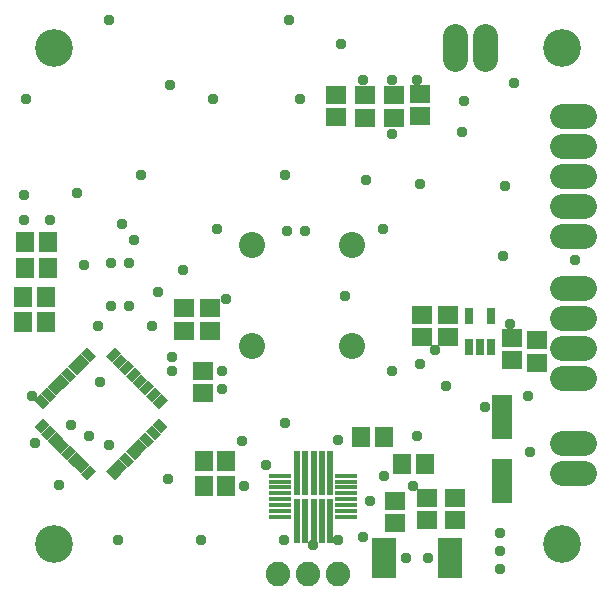
<source format=gbr>
G04 EAGLE Gerber RS-274X export*
G75*
%MOMM*%
%FSLAX34Y34*%
%LPD*%
%INSoldermask Top*%
%IPPOS*%
%AMOC8*
5,1,8,0,0,1.08239X$1,22.5*%
G01*
%ADD10R,1.981200X0.457200*%
%ADD11R,0.508000X3.759200*%
%ADD12R,0.743200X1.053200*%
%ADD13C,3.203200*%
%ADD14C,2.082800*%
%ADD15R,1.503200X1.703200*%
%ADD16R,1.703200X1.503200*%
%ADD17C,2.082800*%
%ADD18R,1.803200X1.503200*%
%ADD19R,1.503200X1.803200*%
%ADD20R,1.803200X3.703200*%
%ADD21C,2.203200*%
%ADD22R,0.753200X1.403200*%
%ADD23R,2.003200X3.403200*%
%ADD24C,0.959600*%


D10*
X231420Y97500D03*
X231420Y92500D03*
X231420Y87500D03*
X231420Y82500D03*
X231420Y77500D03*
X231420Y72500D03*
X231420Y67500D03*
X231420Y62500D03*
D11*
X246000Y59420D03*
X253000Y59420D03*
X260000Y59420D03*
X267000Y59420D03*
X274000Y59420D03*
D10*
X287564Y62500D03*
X287564Y67500D03*
X287564Y72500D03*
X287564Y77500D03*
X287564Y82500D03*
X287564Y87500D03*
X287564Y92500D03*
X287564Y97500D03*
D11*
X274000Y99564D03*
X267000Y99564D03*
X260000Y99564D03*
X253000Y99564D03*
X246000Y99564D03*
D12*
G36*
X28876Y133219D02*
X23621Y138474D01*
X31068Y145921D01*
X36323Y140666D01*
X28876Y133219D01*
G37*
G36*
X34533Y127562D02*
X29278Y132817D01*
X36725Y140264D01*
X41980Y135009D01*
X34533Y127562D01*
G37*
G36*
X40190Y121905D02*
X34935Y127160D01*
X42382Y134607D01*
X47637Y129352D01*
X40190Y121905D01*
G37*
G36*
X45847Y116249D02*
X40592Y121504D01*
X48039Y128951D01*
X53294Y123696D01*
X45847Y116249D01*
G37*
G36*
X51504Y110592D02*
X46249Y115847D01*
X53696Y123294D01*
X58951Y118039D01*
X51504Y110592D01*
G37*
G36*
X57090Y105006D02*
X51835Y110261D01*
X59282Y117708D01*
X64537Y112453D01*
X57090Y105006D01*
G37*
G36*
X62747Y99349D02*
X57492Y104604D01*
X64939Y112051D01*
X70194Y106796D01*
X62747Y99349D01*
G37*
G36*
X68403Y93692D02*
X63148Y98947D01*
X70595Y106394D01*
X75850Y101139D01*
X68403Y93692D01*
G37*
G36*
X96781Y98876D02*
X91526Y93621D01*
X84079Y101068D01*
X89334Y106323D01*
X96781Y98876D01*
G37*
G36*
X102438Y104533D02*
X97183Y99278D01*
X89736Y106725D01*
X94991Y111980D01*
X102438Y104533D01*
G37*
G36*
X108095Y110190D02*
X102840Y104935D01*
X95393Y112382D01*
X100648Y117637D01*
X108095Y110190D01*
G37*
G36*
X113751Y115847D02*
X108496Y110592D01*
X101049Y118039D01*
X106304Y123294D01*
X113751Y115847D01*
G37*
G36*
X119408Y121504D02*
X114153Y116249D01*
X106706Y123696D01*
X111961Y128951D01*
X119408Y121504D01*
G37*
G36*
X125065Y127160D02*
X119810Y121905D01*
X112363Y129352D01*
X117618Y134607D01*
X125065Y127160D01*
G37*
G36*
X130722Y132817D02*
X125467Y127562D01*
X118020Y135009D01*
X123275Y140264D01*
X130722Y132817D01*
G37*
G36*
X136379Y138474D02*
X131124Y133219D01*
X123677Y140666D01*
X128932Y145921D01*
X136379Y138474D01*
G37*
G36*
X131124Y166781D02*
X136379Y161526D01*
X128932Y154079D01*
X123677Y159334D01*
X131124Y166781D01*
G37*
G36*
X125467Y172438D02*
X130722Y167183D01*
X123275Y159736D01*
X118020Y164991D01*
X125467Y172438D01*
G37*
G36*
X119810Y178095D02*
X125065Y172840D01*
X117618Y165393D01*
X112363Y170648D01*
X119810Y178095D01*
G37*
G36*
X114153Y183751D02*
X119408Y178496D01*
X111961Y171049D01*
X106706Y176304D01*
X114153Y183751D01*
G37*
G36*
X108496Y189408D02*
X113751Y184153D01*
X106304Y176706D01*
X101049Y181961D01*
X108496Y189408D01*
G37*
G36*
X102840Y195065D02*
X108095Y189810D01*
X100648Y182363D01*
X95393Y187618D01*
X102840Y195065D01*
G37*
G36*
X97183Y200722D02*
X102438Y195467D01*
X94991Y188020D01*
X89736Y193275D01*
X97183Y200722D01*
G37*
G36*
X91526Y206379D02*
X96781Y201124D01*
X89334Y193677D01*
X84079Y198932D01*
X91526Y206379D01*
G37*
G36*
X63219Y201124D02*
X68474Y206379D01*
X75921Y198932D01*
X70666Y193677D01*
X63219Y201124D01*
G37*
G36*
X57562Y195467D02*
X62817Y200722D01*
X70264Y193275D01*
X65009Y188020D01*
X57562Y195467D01*
G37*
G36*
X51905Y189810D02*
X57160Y195065D01*
X64607Y187618D01*
X59352Y182363D01*
X51905Y189810D01*
G37*
G36*
X46249Y184153D02*
X51504Y189408D01*
X58951Y181961D01*
X53696Y176706D01*
X46249Y184153D01*
G37*
G36*
X40592Y178496D02*
X45847Y183751D01*
X53294Y176304D01*
X48039Y171049D01*
X40592Y178496D01*
G37*
G36*
X34935Y172840D02*
X40190Y178095D01*
X47637Y170648D01*
X42382Y165393D01*
X34935Y172840D01*
G37*
G36*
X29278Y167183D02*
X34533Y172438D01*
X41980Y164991D01*
X36725Y159736D01*
X29278Y167183D01*
G37*
G36*
X23621Y161526D02*
X28876Y166781D01*
X36323Y159334D01*
X31068Y154079D01*
X23621Y161526D01*
G37*
D13*
X470000Y40000D03*
X470000Y460000D03*
X40000Y40000D03*
X40000Y460000D03*
D14*
X230000Y13904D03*
X255400Y13904D03*
X280800Y13904D03*
D15*
X14404Y248664D03*
X33404Y248664D03*
D16*
X166096Y186076D03*
X166096Y167076D03*
D15*
X14404Y227808D03*
X33404Y227808D03*
X319500Y130000D03*
X300500Y130000D03*
X335196Y107200D03*
X354196Y107200D03*
D16*
X329224Y76180D03*
X329224Y57180D03*
X356408Y78684D03*
X356408Y59684D03*
X379456Y78684D03*
X379456Y59684D03*
D17*
X380000Y450602D02*
X380000Y469398D01*
X405400Y469398D02*
X405400Y450602D01*
D18*
X279144Y419876D03*
X279144Y400876D03*
D19*
X15988Y273632D03*
X34988Y273632D03*
D15*
X15988Y295344D03*
X34988Y295344D03*
D17*
X470602Y300000D02*
X489398Y300000D01*
X489398Y325400D02*
X470602Y325400D01*
X470602Y350800D02*
X489398Y350800D01*
X489398Y376200D02*
X470602Y376200D01*
X470602Y401600D02*
X489398Y401600D01*
X489398Y100000D02*
X470602Y100000D01*
X470602Y125400D02*
X489398Y125400D01*
X489398Y180000D02*
X470602Y180000D01*
X470602Y205400D02*
X489398Y205400D01*
X489398Y230800D02*
X470602Y230800D01*
X470602Y256200D02*
X489398Y256200D01*
D20*
X420000Y147000D03*
X420000Y93000D03*
D18*
X303904Y400500D03*
X303904Y419500D03*
X327808Y400500D03*
X327808Y419500D03*
X150416Y220372D03*
X150416Y239372D03*
X172232Y220372D03*
X172232Y239372D03*
D16*
X449080Y212148D03*
X449080Y193148D03*
D18*
X427808Y195260D03*
X427808Y214260D03*
D16*
X351816Y233484D03*
X351816Y214484D03*
X373632Y233484D03*
X373632Y214484D03*
D21*
X207500Y292500D03*
X292500Y292500D03*
X292500Y207500D03*
X207500Y207500D03*
D22*
X391436Y206311D03*
X400936Y206311D03*
X410436Y206311D03*
X410436Y232313D03*
X391436Y232313D03*
D18*
X350520Y401980D03*
X350520Y420980D03*
D19*
X167284Y88392D03*
X186284Y88392D03*
D15*
X186284Y109728D03*
X167284Y109728D03*
D23*
X375472Y27432D03*
X319472Y27432D03*
D24*
X417576Y33528D03*
X417576Y48768D03*
X344424Y88392D03*
X320040Y97536D03*
X347472Y131064D03*
X234696Y42672D03*
X417576Y18288D03*
X441960Y164592D03*
X362712Y204216D03*
X54864Y140208D03*
X21336Y164592D03*
X164592Y42672D03*
X94488Y42672D03*
X182880Y170688D03*
X481584Y280416D03*
X371856Y173736D03*
X283464Y463296D03*
X387096Y414528D03*
X385572Y388620D03*
X422148Y342900D03*
X236220Y352044D03*
X114300Y352044D03*
X175260Y416052D03*
X248412Y416052D03*
X138684Y428244D03*
X16764Y416052D03*
X59436Y336804D03*
X86868Y483108D03*
X239268Y483108D03*
X318516Y306324D03*
X178308Y306324D03*
X65532Y275844D03*
X77724Y224028D03*
X123444Y224028D03*
X86868Y123444D03*
X44196Y89916D03*
X199644Y126492D03*
X443484Y117348D03*
X326136Y185928D03*
X286512Y249936D03*
X420624Y283464D03*
X350520Y344424D03*
X429768Y429768D03*
X15240Y335280D03*
X108204Y297180D03*
X137160Y94488D03*
X356616Y27432D03*
X338328Y27432D03*
X307848Y76200D03*
X79248Y176784D03*
X236220Y141732D03*
X280416Y128016D03*
X219456Y106680D03*
X182880Y185928D03*
X350520Y192024D03*
X280416Y42672D03*
X259546Y39158D03*
X426720Y225552D03*
X405384Y155448D03*
X24384Y124968D03*
X15240Y313944D03*
X97536Y310896D03*
X36576Y313944D03*
X70104Y131064D03*
X88392Y240792D03*
X88392Y277368D03*
X103632Y240792D03*
X103632Y277368D03*
X140208Y185928D03*
X140208Y198120D03*
X185928Y246888D03*
X128016Y252984D03*
X149352Y271272D03*
X237744Y304800D03*
X326136Y387096D03*
X252984Y304800D03*
X304800Y347472D03*
X301752Y432816D03*
X326136Y432816D03*
X347472Y432816D03*
X301752Y45720D03*
X201168Y88392D03*
M02*

</source>
